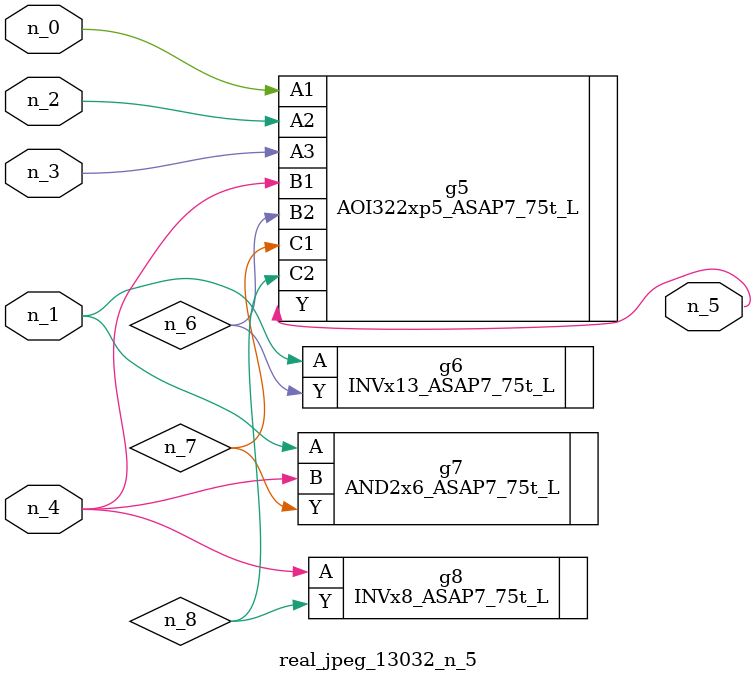
<source format=v>
module real_jpeg_13032_n_5 (n_4, n_0, n_1, n_2, n_3, n_5);

input n_4;
input n_0;
input n_1;
input n_2;
input n_3;

output n_5;

wire n_8;
wire n_6;
wire n_7;

AOI322xp5_ASAP7_75t_L g5 ( 
.A1(n_0),
.A2(n_2),
.A3(n_3),
.B1(n_4),
.B2(n_6),
.C1(n_7),
.C2(n_8),
.Y(n_5)
);

INVx13_ASAP7_75t_L g6 ( 
.A(n_1),
.Y(n_6)
);

AND2x6_ASAP7_75t_L g7 ( 
.A(n_1),
.B(n_4),
.Y(n_7)
);

INVx8_ASAP7_75t_L g8 ( 
.A(n_4),
.Y(n_8)
);


endmodule
</source>
